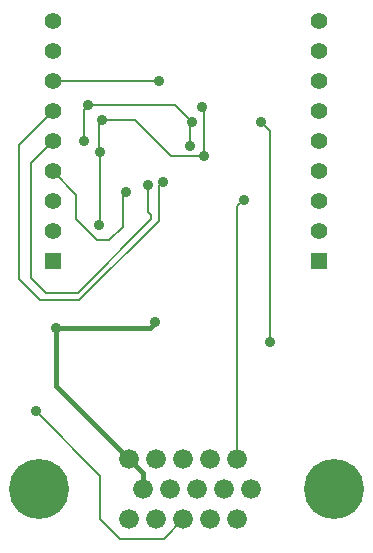
<source format=gbl>
G04 (created by PCBNEW (2013-07-07 BZR 4022)-stable) date 11/18/2013 8:59:08 PM*
%MOIN*%
G04 Gerber Fmt 3.4, Leading zero omitted, Abs format*
%FSLAX34Y34*%
G01*
G70*
G90*
G04 APERTURE LIST*
%ADD10C,0.00590551*%
%ADD11C,0.066*%
%ADD12C,0.2*%
%ADD13R,0.055X0.055*%
%ADD14C,0.055*%
%ADD15C,0.035*%
%ADD16C,0.00629921*%
%ADD17C,0.015748*%
G04 APERTURE END LIST*
G54D10*
G54D11*
X76830Y-60752D03*
X75930Y-60752D03*
X75030Y-60752D03*
X74130Y-60752D03*
X73230Y-60752D03*
X77280Y-59752D03*
X76380Y-59752D03*
X75480Y-59752D03*
X74580Y-59752D03*
X73680Y-59752D03*
X76830Y-58752D03*
X75930Y-58752D03*
X75030Y-58752D03*
X74130Y-58752D03*
X73230Y-58752D03*
G54D12*
X80050Y-59752D03*
X70210Y-59752D03*
G54D13*
X79532Y-52148D03*
G54D14*
X79532Y-51148D03*
X79532Y-50148D03*
X79532Y-49148D03*
X79532Y-48148D03*
X79532Y-47148D03*
X79532Y-46148D03*
X79532Y-45148D03*
X79532Y-44148D03*
G54D13*
X70673Y-52147D03*
G54D14*
X70673Y-51147D03*
X70673Y-50147D03*
X70673Y-49147D03*
X70673Y-48147D03*
X70673Y-47147D03*
X70673Y-46147D03*
X70673Y-45147D03*
X70673Y-44147D03*
G54D15*
X70100Y-57150D03*
X74096Y-54164D03*
X70774Y-54362D03*
X72200Y-50950D03*
X75650Y-47000D03*
X75700Y-48650D03*
X72250Y-48500D03*
X72300Y-47450D03*
X73100Y-49850D03*
X74200Y-46150D03*
X74350Y-49500D03*
X73850Y-49600D03*
X77900Y-54850D03*
X77600Y-47500D03*
X75250Y-48300D03*
X75300Y-47500D03*
X71700Y-48150D03*
X71850Y-46950D03*
X77050Y-50100D03*
G54D16*
X74382Y-61400D02*
X75030Y-60752D01*
X72900Y-61400D02*
X74382Y-61400D01*
X72250Y-60750D02*
X72900Y-61400D01*
X72250Y-59300D02*
X72250Y-60750D01*
X70100Y-57150D02*
X72250Y-59300D01*
G54D17*
X73680Y-59752D02*
X73680Y-59202D01*
X73680Y-59202D02*
X73230Y-58752D01*
X73898Y-54362D02*
X70774Y-54362D01*
X74096Y-54164D02*
X73898Y-54362D01*
X73680Y-59202D02*
X70774Y-56296D01*
X70774Y-56296D02*
X70774Y-54362D01*
G54D16*
X72300Y-47450D02*
X73400Y-47450D01*
X74600Y-48650D02*
X75700Y-48650D01*
X73400Y-47450D02*
X74600Y-48650D01*
X72250Y-48500D02*
X72250Y-49150D01*
X72250Y-49150D02*
X72250Y-50900D01*
X72250Y-50900D02*
X72200Y-50950D01*
X75650Y-47000D02*
X75700Y-47050D01*
X75700Y-47050D02*
X75700Y-48650D01*
X72200Y-48450D02*
X72250Y-48500D01*
X72200Y-47550D02*
X72200Y-48450D01*
X72300Y-47450D02*
X72200Y-47550D01*
X71450Y-49924D02*
X70673Y-49147D01*
X71450Y-50750D02*
X71450Y-49924D01*
X72150Y-51450D02*
X71450Y-50750D01*
X72550Y-51450D02*
X72150Y-51450D01*
X73000Y-51000D02*
X72550Y-51450D01*
X73000Y-49950D02*
X73000Y-51000D01*
X73100Y-49850D02*
X73000Y-49950D01*
X74197Y-46147D02*
X70673Y-46147D01*
X74200Y-46150D02*
X74197Y-46147D01*
X69550Y-48270D02*
X70673Y-47147D01*
X69550Y-52750D02*
X69550Y-48270D01*
X70250Y-53450D02*
X69550Y-52750D01*
X71550Y-53450D02*
X70250Y-53450D01*
X74200Y-50800D02*
X71550Y-53450D01*
X74200Y-49650D02*
X74200Y-50800D01*
X74350Y-49500D02*
X74200Y-49650D01*
X69950Y-48870D02*
X70673Y-48147D01*
X69950Y-52700D02*
X69950Y-48870D01*
X70450Y-53200D02*
X69950Y-52700D01*
X71500Y-53200D02*
X70450Y-53200D01*
X73950Y-50750D02*
X71500Y-53200D01*
X73950Y-50600D02*
X73950Y-50750D01*
X73850Y-50500D02*
X73950Y-50600D01*
X73850Y-49600D02*
X73850Y-50500D01*
X77900Y-47800D02*
X77900Y-54850D01*
X77600Y-47500D02*
X77900Y-47800D01*
X71850Y-46950D02*
X74750Y-46950D01*
X74750Y-46950D02*
X75300Y-47500D01*
X75300Y-47500D02*
X75250Y-47550D01*
X75250Y-47550D02*
X75250Y-48300D01*
X71700Y-47100D02*
X71700Y-48150D01*
X71850Y-46950D02*
X71700Y-47100D01*
X76830Y-50320D02*
X76830Y-58752D01*
X77050Y-50100D02*
X76830Y-50320D01*
M02*

</source>
